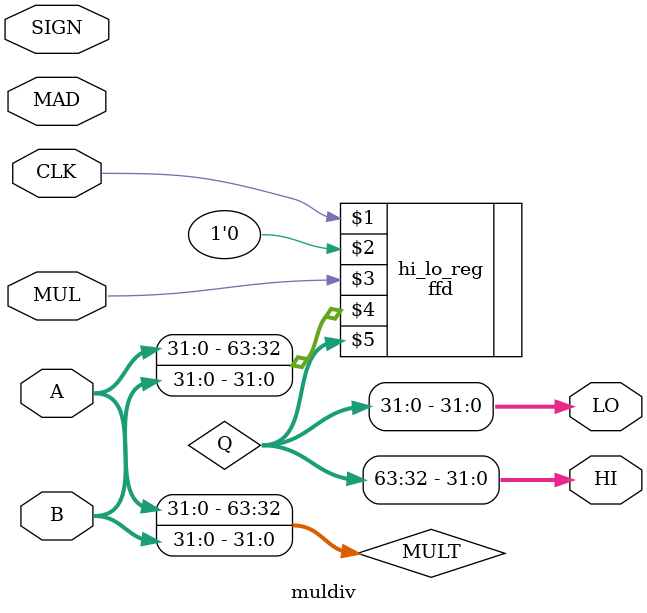
<source format=sv>
module muldiv  ( input         CLK,
                 input         MUL,
                 input         MAD,
                 input         SIGN,
                 input  [31:0] A,
                 input  [31:0] B,
                 output [31:0] HI,
                 output [31:0] LO );

logic [63:0] MULTU, MULT, D, Q;
/*
logic [31:0] An, Bn;
logic [31:0] hi, lo;

negate #(32) negate_a( SIGN & A[31], A, An ); //get a positive integer
negate #(32) negate_b( SIGN & B[31], B, Bn );

assign MULTU = An * Bn;

negate #(64) negate_q( SIGN & (A[31] ^ B[31]), MULTU, MULT ); //Negate result if signs differ

//mux2 #(64) mad_mux(MAD, MULT, (Q + MULT), D);
*/

assign MULT = {A, B};//A * B;
ffd #( 64) hi_lo_reg(CLK, 1'b0, MUL, MULT, Q);

assign HI = Q[63:32];
assign LO = Q[31:0];

endmodule

</source>
